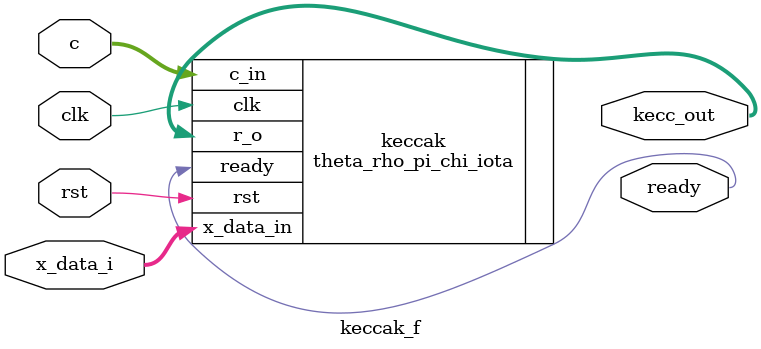
<source format=v>
`timescale 1ns / 1ps


module keccak_f(
    input clk,
    input rst,
    input [575:0] x_data_i,
    input [1023:0] c,
    output [575:0] kecc_out,
    output ready
    );
    
    
    theta_rho_pi_chi_iota keccak (
        .clk(clk),
        .rst(rst),
        .c_in(c),
        .x_data_in(x_data_i),
        .r_o(kecc_out),
        .ready(ready)
    );
    
    
endmodule

</source>
